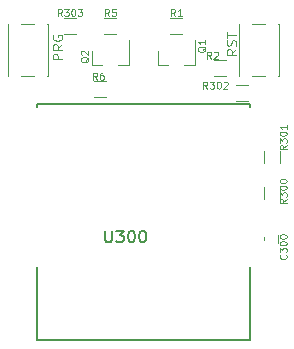
<source format=gto>
G04 #@! TF.FileFunction,Legend,Top*
%FSLAX46Y46*%
G04 Gerber Fmt 4.6, Leading zero omitted, Abs format (unit mm)*
G04 Created by KiCad (PCBNEW 4.0.7) date 09/29/18 01:33:36*
%MOMM*%
%LPD*%
G01*
G04 APERTURE LIST*
%ADD10C,0.100000*%
%ADD11C,0.152400*%
%ADD12C,0.120000*%
%ADD13C,0.150000*%
%ADD14O,2.400000X1.300000*%
%ADD15R,2.400000X1.300000*%
%ADD16R,4.700000X4.700000*%
%ADD17R,1.200000X1.300000*%
%ADD18R,1.300000X0.900000*%
%ADD19R,1.150000X1.200000*%
%ADD20R,0.900000X1.300000*%
%ADD21R,1.050000X1.450000*%
G04 APERTURE END LIST*
D10*
X141204905Y-100768095D02*
X140823952Y-101034762D01*
X141204905Y-101225238D02*
X140404905Y-101225238D01*
X140404905Y-100920476D01*
X140443000Y-100844285D01*
X140481095Y-100806190D01*
X140557286Y-100768095D01*
X140671571Y-100768095D01*
X140747762Y-100806190D01*
X140785857Y-100844285D01*
X140823952Y-100920476D01*
X140823952Y-101225238D01*
X141166810Y-100463333D02*
X141204905Y-100349047D01*
X141204905Y-100158571D01*
X141166810Y-100082381D01*
X141128714Y-100044285D01*
X141052524Y-100006190D01*
X140976333Y-100006190D01*
X140900143Y-100044285D01*
X140862048Y-100082381D01*
X140823952Y-100158571D01*
X140785857Y-100310952D01*
X140747762Y-100387143D01*
X140709667Y-100425238D01*
X140633476Y-100463333D01*
X140557286Y-100463333D01*
X140481095Y-100425238D01*
X140443000Y-100387143D01*
X140404905Y-100310952D01*
X140404905Y-100120476D01*
X140443000Y-100006190D01*
X140404905Y-99777619D02*
X140404905Y-99320476D01*
X141204905Y-99549047D02*
X140404905Y-99549047D01*
X126472905Y-101593524D02*
X125672905Y-101593524D01*
X125672905Y-101288762D01*
X125711000Y-101212571D01*
X125749095Y-101174476D01*
X125825286Y-101136381D01*
X125939571Y-101136381D01*
X126015762Y-101174476D01*
X126053857Y-101212571D01*
X126091952Y-101288762D01*
X126091952Y-101593524D01*
X126472905Y-100336381D02*
X126091952Y-100603048D01*
X126472905Y-100793524D02*
X125672905Y-100793524D01*
X125672905Y-100488762D01*
X125711000Y-100412571D01*
X125749095Y-100374476D01*
X125825286Y-100336381D01*
X125939571Y-100336381D01*
X126015762Y-100374476D01*
X126053857Y-100412571D01*
X126091952Y-100488762D01*
X126091952Y-100793524D01*
X125711000Y-99574476D02*
X125672905Y-99650667D01*
X125672905Y-99764952D01*
X125711000Y-99879238D01*
X125787190Y-99955429D01*
X125863381Y-99993524D01*
X126015762Y-100031619D01*
X126130048Y-100031619D01*
X126282429Y-99993524D01*
X126358619Y-99955429D01*
X126434810Y-99879238D01*
X126472905Y-99764952D01*
X126472905Y-99688762D01*
X126434810Y-99574476D01*
X126396714Y-99536381D01*
X126130048Y-99536381D01*
X126130048Y-99688762D01*
D11*
X142367000Y-125349000D02*
X142367000Y-119164000D01*
X124383800Y-105764000D02*
X124383800Y-105384600D01*
X142367000Y-105764000D02*
X142367000Y-105384600D01*
X124383800Y-125349000D02*
X124383800Y-119164000D01*
X142367000Y-105346500D02*
X124383800Y-105346500D01*
X124396500Y-125349000D02*
X142367000Y-125349000D01*
D12*
X134564000Y-102106000D02*
X135494000Y-102106000D01*
X137724000Y-102106000D02*
X136794000Y-102106000D01*
X137724000Y-102106000D02*
X137724000Y-99946000D01*
X134564000Y-102106000D02*
X134564000Y-100646000D01*
X144888500Y-112403000D02*
X144888500Y-113403000D01*
X143528500Y-113403000D02*
X143528500Y-112403000D01*
X144745000Y-116490000D02*
X144745000Y-117190000D01*
X143545000Y-117190000D02*
X143545000Y-116490000D01*
X144888500Y-109355000D02*
X144888500Y-110355000D01*
X143528500Y-110355000D02*
X143528500Y-109355000D01*
X142232000Y-105137500D02*
X141232000Y-105137500D01*
X141232000Y-103777500D02*
X142232000Y-103777500D01*
X127627000Y-99486000D02*
X126627000Y-99486000D01*
X126627000Y-98126000D02*
X127627000Y-98126000D01*
X128976000Y-102106000D02*
X129906000Y-102106000D01*
X132136000Y-102106000D02*
X131206000Y-102106000D01*
X132136000Y-102106000D02*
X132136000Y-99946000D01*
X128976000Y-102106000D02*
X128976000Y-100646000D01*
X136644000Y-99486000D02*
X135644000Y-99486000D01*
X135644000Y-98126000D02*
X136644000Y-98126000D01*
X139327000Y-101682000D02*
X140327000Y-101682000D01*
X140327000Y-103042000D02*
X139327000Y-103042000D01*
X131056000Y-99486000D02*
X130056000Y-99486000D01*
X130056000Y-98126000D02*
X131056000Y-98126000D01*
X130167000Y-104820000D02*
X129167000Y-104820000D01*
X129167000Y-103460000D02*
X130167000Y-103460000D01*
X144629000Y-103038000D02*
X144829000Y-103038000D01*
X142479000Y-103038000D02*
X143779000Y-103038000D01*
X141429000Y-103038000D02*
X141629000Y-103038000D01*
X141429000Y-98638000D02*
X141429000Y-103038000D01*
X141629000Y-98638000D02*
X141429000Y-98638000D01*
X143779000Y-98638000D02*
X142479000Y-98638000D01*
X144829000Y-98638000D02*
X144629000Y-98638000D01*
X144829000Y-103038000D02*
X144829000Y-98638000D01*
X122071000Y-98638000D02*
X121871000Y-98638000D01*
X124221000Y-98638000D02*
X122921000Y-98638000D01*
X125271000Y-98638000D02*
X125071000Y-98638000D01*
X125271000Y-103038000D02*
X125271000Y-98638000D01*
X125071000Y-103038000D02*
X125271000Y-103038000D01*
X122921000Y-103038000D02*
X124221000Y-103038000D01*
X121871000Y-103038000D02*
X122071000Y-103038000D01*
X121871000Y-98638000D02*
X121871000Y-103038000D01*
D13*
X130111714Y-116101881D02*
X130111714Y-116911405D01*
X130159333Y-117006643D01*
X130206952Y-117054262D01*
X130302190Y-117101881D01*
X130492667Y-117101881D01*
X130587905Y-117054262D01*
X130635524Y-117006643D01*
X130683143Y-116911405D01*
X130683143Y-116101881D01*
X131064095Y-116101881D02*
X131683143Y-116101881D01*
X131349809Y-116482833D01*
X131492667Y-116482833D01*
X131587905Y-116530452D01*
X131635524Y-116578071D01*
X131683143Y-116673310D01*
X131683143Y-116911405D01*
X131635524Y-117006643D01*
X131587905Y-117054262D01*
X131492667Y-117101881D01*
X131206952Y-117101881D01*
X131111714Y-117054262D01*
X131064095Y-117006643D01*
X132302190Y-116101881D02*
X132397429Y-116101881D01*
X132492667Y-116149500D01*
X132540286Y-116197119D01*
X132587905Y-116292357D01*
X132635524Y-116482833D01*
X132635524Y-116720929D01*
X132587905Y-116911405D01*
X132540286Y-117006643D01*
X132492667Y-117054262D01*
X132397429Y-117101881D01*
X132302190Y-117101881D01*
X132206952Y-117054262D01*
X132159333Y-117006643D01*
X132111714Y-116911405D01*
X132064095Y-116720929D01*
X132064095Y-116482833D01*
X132111714Y-116292357D01*
X132159333Y-116197119D01*
X132206952Y-116149500D01*
X132302190Y-116101881D01*
X133254571Y-116101881D02*
X133349810Y-116101881D01*
X133445048Y-116149500D01*
X133492667Y-116197119D01*
X133540286Y-116292357D01*
X133587905Y-116482833D01*
X133587905Y-116720929D01*
X133540286Y-116911405D01*
X133492667Y-117006643D01*
X133445048Y-117054262D01*
X133349810Y-117101881D01*
X133254571Y-117101881D01*
X133159333Y-117054262D01*
X133111714Y-117006643D01*
X133064095Y-116911405D01*
X133016476Y-116720929D01*
X133016476Y-116482833D01*
X133064095Y-116292357D01*
X133111714Y-116197119D01*
X133159333Y-116149500D01*
X133254571Y-116101881D01*
D10*
X138631571Y-100514143D02*
X138603000Y-100571286D01*
X138545857Y-100628429D01*
X138460143Y-100714143D01*
X138431571Y-100771286D01*
X138431571Y-100828429D01*
X138574429Y-100799857D02*
X138545857Y-100857000D01*
X138488714Y-100914143D01*
X138374429Y-100942714D01*
X138174429Y-100942714D01*
X138060143Y-100914143D01*
X138003000Y-100857000D01*
X137974429Y-100799857D01*
X137974429Y-100685571D01*
X138003000Y-100628429D01*
X138060143Y-100571286D01*
X138174429Y-100542714D01*
X138374429Y-100542714D01*
X138488714Y-100571286D01*
X138545857Y-100628429D01*
X138574429Y-100685571D01*
X138574429Y-100799857D01*
X138574429Y-99971286D02*
X138574429Y-100314143D01*
X138574429Y-100142715D02*
X137974429Y-100142715D01*
X138060143Y-100199858D01*
X138117286Y-100257000D01*
X138145857Y-100314143D01*
X145495929Y-113447429D02*
X145210214Y-113647429D01*
X145495929Y-113790286D02*
X144895929Y-113790286D01*
X144895929Y-113561714D01*
X144924500Y-113504572D01*
X144953071Y-113476000D01*
X145010214Y-113447429D01*
X145095929Y-113447429D01*
X145153071Y-113476000D01*
X145181643Y-113504572D01*
X145210214Y-113561714D01*
X145210214Y-113790286D01*
X144895929Y-113247429D02*
X144895929Y-112876000D01*
X145124500Y-113076000D01*
X145124500Y-112990286D01*
X145153071Y-112933143D01*
X145181643Y-112904572D01*
X145238786Y-112876000D01*
X145381643Y-112876000D01*
X145438786Y-112904572D01*
X145467357Y-112933143D01*
X145495929Y-112990286D01*
X145495929Y-113161714D01*
X145467357Y-113218857D01*
X145438786Y-113247429D01*
X144895929Y-112504571D02*
X144895929Y-112447428D01*
X144924500Y-112390285D01*
X144953071Y-112361714D01*
X145010214Y-112333143D01*
X145124500Y-112304571D01*
X145267357Y-112304571D01*
X145381643Y-112333143D01*
X145438786Y-112361714D01*
X145467357Y-112390285D01*
X145495929Y-112447428D01*
X145495929Y-112504571D01*
X145467357Y-112561714D01*
X145438786Y-112590285D01*
X145381643Y-112618857D01*
X145267357Y-112647428D01*
X145124500Y-112647428D01*
X145010214Y-112618857D01*
X144953071Y-112590285D01*
X144924500Y-112561714D01*
X144895929Y-112504571D01*
X144895929Y-111933142D02*
X144895929Y-111875999D01*
X144924500Y-111818856D01*
X144953071Y-111790285D01*
X145010214Y-111761714D01*
X145124500Y-111733142D01*
X145267357Y-111733142D01*
X145381643Y-111761714D01*
X145438786Y-111790285D01*
X145467357Y-111818856D01*
X145495929Y-111875999D01*
X145495929Y-111933142D01*
X145467357Y-111990285D01*
X145438786Y-112018856D01*
X145381643Y-112047428D01*
X145267357Y-112075999D01*
X145124500Y-112075999D01*
X145010214Y-112047428D01*
X144953071Y-112018856D01*
X144924500Y-111990285D01*
X144895929Y-111933142D01*
X145438786Y-118146429D02*
X145467357Y-118175000D01*
X145495929Y-118260714D01*
X145495929Y-118317857D01*
X145467357Y-118403572D01*
X145410214Y-118460714D01*
X145353071Y-118489286D01*
X145238786Y-118517857D01*
X145153071Y-118517857D01*
X145038786Y-118489286D01*
X144981643Y-118460714D01*
X144924500Y-118403572D01*
X144895929Y-118317857D01*
X144895929Y-118260714D01*
X144924500Y-118175000D01*
X144953071Y-118146429D01*
X144895929Y-117946429D02*
X144895929Y-117575000D01*
X145124500Y-117775000D01*
X145124500Y-117689286D01*
X145153071Y-117632143D01*
X145181643Y-117603572D01*
X145238786Y-117575000D01*
X145381643Y-117575000D01*
X145438786Y-117603572D01*
X145467357Y-117632143D01*
X145495929Y-117689286D01*
X145495929Y-117860714D01*
X145467357Y-117917857D01*
X145438786Y-117946429D01*
X144895929Y-117203571D02*
X144895929Y-117146428D01*
X144924500Y-117089285D01*
X144953071Y-117060714D01*
X145010214Y-117032143D01*
X145124500Y-117003571D01*
X145267357Y-117003571D01*
X145381643Y-117032143D01*
X145438786Y-117060714D01*
X145467357Y-117089285D01*
X145495929Y-117146428D01*
X145495929Y-117203571D01*
X145467357Y-117260714D01*
X145438786Y-117289285D01*
X145381643Y-117317857D01*
X145267357Y-117346428D01*
X145124500Y-117346428D01*
X145010214Y-117317857D01*
X144953071Y-117289285D01*
X144924500Y-117260714D01*
X144895929Y-117203571D01*
X144895929Y-116632142D02*
X144895929Y-116574999D01*
X144924500Y-116517856D01*
X144953071Y-116489285D01*
X145010214Y-116460714D01*
X145124500Y-116432142D01*
X145267357Y-116432142D01*
X145381643Y-116460714D01*
X145438786Y-116489285D01*
X145467357Y-116517856D01*
X145495929Y-116574999D01*
X145495929Y-116632142D01*
X145467357Y-116689285D01*
X145438786Y-116717856D01*
X145381643Y-116746428D01*
X145267357Y-116774999D01*
X145124500Y-116774999D01*
X145010214Y-116746428D01*
X144953071Y-116717856D01*
X144924500Y-116689285D01*
X144895929Y-116632142D01*
X145495929Y-108875429D02*
X145210214Y-109075429D01*
X145495929Y-109218286D02*
X144895929Y-109218286D01*
X144895929Y-108989714D01*
X144924500Y-108932572D01*
X144953071Y-108904000D01*
X145010214Y-108875429D01*
X145095929Y-108875429D01*
X145153071Y-108904000D01*
X145181643Y-108932572D01*
X145210214Y-108989714D01*
X145210214Y-109218286D01*
X144895929Y-108675429D02*
X144895929Y-108304000D01*
X145124500Y-108504000D01*
X145124500Y-108418286D01*
X145153071Y-108361143D01*
X145181643Y-108332572D01*
X145238786Y-108304000D01*
X145381643Y-108304000D01*
X145438786Y-108332572D01*
X145467357Y-108361143D01*
X145495929Y-108418286D01*
X145495929Y-108589714D01*
X145467357Y-108646857D01*
X145438786Y-108675429D01*
X144895929Y-107932571D02*
X144895929Y-107875428D01*
X144924500Y-107818285D01*
X144953071Y-107789714D01*
X145010214Y-107761143D01*
X145124500Y-107732571D01*
X145267357Y-107732571D01*
X145381643Y-107761143D01*
X145438786Y-107789714D01*
X145467357Y-107818285D01*
X145495929Y-107875428D01*
X145495929Y-107932571D01*
X145467357Y-107989714D01*
X145438786Y-108018285D01*
X145381643Y-108046857D01*
X145267357Y-108075428D01*
X145124500Y-108075428D01*
X145010214Y-108046857D01*
X144953071Y-108018285D01*
X144924500Y-107989714D01*
X144895929Y-107932571D01*
X145495929Y-107161142D02*
X145495929Y-107503999D01*
X145495929Y-107332571D02*
X144895929Y-107332571D01*
X144981643Y-107389714D01*
X145038786Y-107446856D01*
X145067357Y-107503999D01*
X138774571Y-104093929D02*
X138574571Y-103808214D01*
X138431714Y-104093929D02*
X138431714Y-103493929D01*
X138660286Y-103493929D01*
X138717428Y-103522500D01*
X138746000Y-103551071D01*
X138774571Y-103608214D01*
X138774571Y-103693929D01*
X138746000Y-103751071D01*
X138717428Y-103779643D01*
X138660286Y-103808214D01*
X138431714Y-103808214D01*
X138974571Y-103493929D02*
X139346000Y-103493929D01*
X139146000Y-103722500D01*
X139231714Y-103722500D01*
X139288857Y-103751071D01*
X139317428Y-103779643D01*
X139346000Y-103836786D01*
X139346000Y-103979643D01*
X139317428Y-104036786D01*
X139288857Y-104065357D01*
X139231714Y-104093929D01*
X139060286Y-104093929D01*
X139003143Y-104065357D01*
X138974571Y-104036786D01*
X139717429Y-103493929D02*
X139774572Y-103493929D01*
X139831715Y-103522500D01*
X139860286Y-103551071D01*
X139888857Y-103608214D01*
X139917429Y-103722500D01*
X139917429Y-103865357D01*
X139888857Y-103979643D01*
X139860286Y-104036786D01*
X139831715Y-104065357D01*
X139774572Y-104093929D01*
X139717429Y-104093929D01*
X139660286Y-104065357D01*
X139631715Y-104036786D01*
X139603143Y-103979643D01*
X139574572Y-103865357D01*
X139574572Y-103722500D01*
X139603143Y-103608214D01*
X139631715Y-103551071D01*
X139660286Y-103522500D01*
X139717429Y-103493929D01*
X140146001Y-103551071D02*
X140174572Y-103522500D01*
X140231715Y-103493929D01*
X140374572Y-103493929D01*
X140431715Y-103522500D01*
X140460286Y-103551071D01*
X140488858Y-103608214D01*
X140488858Y-103665357D01*
X140460286Y-103751071D01*
X140117429Y-104093929D01*
X140488858Y-104093929D01*
X126455571Y-97934429D02*
X126255571Y-97648714D01*
X126112714Y-97934429D02*
X126112714Y-97334429D01*
X126341286Y-97334429D01*
X126398428Y-97363000D01*
X126427000Y-97391571D01*
X126455571Y-97448714D01*
X126455571Y-97534429D01*
X126427000Y-97591571D01*
X126398428Y-97620143D01*
X126341286Y-97648714D01*
X126112714Y-97648714D01*
X126655571Y-97334429D02*
X127027000Y-97334429D01*
X126827000Y-97563000D01*
X126912714Y-97563000D01*
X126969857Y-97591571D01*
X126998428Y-97620143D01*
X127027000Y-97677286D01*
X127027000Y-97820143D01*
X126998428Y-97877286D01*
X126969857Y-97905857D01*
X126912714Y-97934429D01*
X126741286Y-97934429D01*
X126684143Y-97905857D01*
X126655571Y-97877286D01*
X127398429Y-97334429D02*
X127455572Y-97334429D01*
X127512715Y-97363000D01*
X127541286Y-97391571D01*
X127569857Y-97448714D01*
X127598429Y-97563000D01*
X127598429Y-97705857D01*
X127569857Y-97820143D01*
X127541286Y-97877286D01*
X127512715Y-97905857D01*
X127455572Y-97934429D01*
X127398429Y-97934429D01*
X127341286Y-97905857D01*
X127312715Y-97877286D01*
X127284143Y-97820143D01*
X127255572Y-97705857D01*
X127255572Y-97563000D01*
X127284143Y-97448714D01*
X127312715Y-97391571D01*
X127341286Y-97363000D01*
X127398429Y-97334429D01*
X127798429Y-97334429D02*
X128169858Y-97334429D01*
X127969858Y-97563000D01*
X128055572Y-97563000D01*
X128112715Y-97591571D01*
X128141286Y-97620143D01*
X128169858Y-97677286D01*
X128169858Y-97820143D01*
X128141286Y-97877286D01*
X128112715Y-97905857D01*
X128055572Y-97934429D01*
X127884144Y-97934429D01*
X127827001Y-97905857D01*
X127798429Y-97877286D01*
X128725571Y-101403143D02*
X128697000Y-101460286D01*
X128639857Y-101517429D01*
X128554143Y-101603143D01*
X128525571Y-101660286D01*
X128525571Y-101717429D01*
X128668429Y-101688857D02*
X128639857Y-101746000D01*
X128582714Y-101803143D01*
X128468429Y-101831714D01*
X128268429Y-101831714D01*
X128154143Y-101803143D01*
X128097000Y-101746000D01*
X128068429Y-101688857D01*
X128068429Y-101574571D01*
X128097000Y-101517429D01*
X128154143Y-101460286D01*
X128268429Y-101431714D01*
X128468429Y-101431714D01*
X128582714Y-101460286D01*
X128639857Y-101517429D01*
X128668429Y-101574571D01*
X128668429Y-101688857D01*
X128125571Y-101203143D02*
X128097000Y-101174572D01*
X128068429Y-101117429D01*
X128068429Y-100974572D01*
X128097000Y-100917429D01*
X128125571Y-100888858D01*
X128182714Y-100860286D01*
X128239857Y-100860286D01*
X128325571Y-100888858D01*
X128668429Y-101231715D01*
X128668429Y-100860286D01*
X136044000Y-97934429D02*
X135844000Y-97648714D01*
X135701143Y-97934429D02*
X135701143Y-97334429D01*
X135929715Y-97334429D01*
X135986857Y-97363000D01*
X136015429Y-97391571D01*
X136044000Y-97448714D01*
X136044000Y-97534429D01*
X136015429Y-97591571D01*
X135986857Y-97620143D01*
X135929715Y-97648714D01*
X135701143Y-97648714D01*
X136615429Y-97934429D02*
X136272572Y-97934429D01*
X136444000Y-97934429D02*
X136444000Y-97334429D01*
X136386857Y-97420143D01*
X136329715Y-97477286D01*
X136272572Y-97505857D01*
X139092000Y-101553929D02*
X138892000Y-101268214D01*
X138749143Y-101553929D02*
X138749143Y-100953929D01*
X138977715Y-100953929D01*
X139034857Y-100982500D01*
X139063429Y-101011071D01*
X139092000Y-101068214D01*
X139092000Y-101153929D01*
X139063429Y-101211071D01*
X139034857Y-101239643D01*
X138977715Y-101268214D01*
X138749143Y-101268214D01*
X139320572Y-101011071D02*
X139349143Y-100982500D01*
X139406286Y-100953929D01*
X139549143Y-100953929D01*
X139606286Y-100982500D01*
X139634857Y-101011071D01*
X139663429Y-101068214D01*
X139663429Y-101125357D01*
X139634857Y-101211071D01*
X139292000Y-101553929D01*
X139663429Y-101553929D01*
X130456000Y-97934429D02*
X130256000Y-97648714D01*
X130113143Y-97934429D02*
X130113143Y-97334429D01*
X130341715Y-97334429D01*
X130398857Y-97363000D01*
X130427429Y-97391571D01*
X130456000Y-97448714D01*
X130456000Y-97534429D01*
X130427429Y-97591571D01*
X130398857Y-97620143D01*
X130341715Y-97648714D01*
X130113143Y-97648714D01*
X130998857Y-97334429D02*
X130713143Y-97334429D01*
X130684572Y-97620143D01*
X130713143Y-97591571D01*
X130770286Y-97563000D01*
X130913143Y-97563000D01*
X130970286Y-97591571D01*
X130998857Y-97620143D01*
X131027429Y-97677286D01*
X131027429Y-97820143D01*
X130998857Y-97877286D01*
X130970286Y-97905857D01*
X130913143Y-97934429D01*
X130770286Y-97934429D01*
X130713143Y-97905857D01*
X130684572Y-97877286D01*
X129440000Y-103331929D02*
X129240000Y-103046214D01*
X129097143Y-103331929D02*
X129097143Y-102731929D01*
X129325715Y-102731929D01*
X129382857Y-102760500D01*
X129411429Y-102789071D01*
X129440000Y-102846214D01*
X129440000Y-102931929D01*
X129411429Y-102989071D01*
X129382857Y-103017643D01*
X129325715Y-103046214D01*
X129097143Y-103046214D01*
X129954286Y-102731929D02*
X129840000Y-102731929D01*
X129782857Y-102760500D01*
X129754286Y-102789071D01*
X129697143Y-102874786D01*
X129668572Y-102989071D01*
X129668572Y-103217643D01*
X129697143Y-103274786D01*
X129725715Y-103303357D01*
X129782857Y-103331929D01*
X129897143Y-103331929D01*
X129954286Y-103303357D01*
X129982857Y-103274786D01*
X130011429Y-103217643D01*
X130011429Y-103074786D01*
X129982857Y-103017643D01*
X129954286Y-102989071D01*
X129897143Y-102960500D01*
X129782857Y-102960500D01*
X129725715Y-102989071D01*
X129697143Y-103017643D01*
X129668572Y-103074786D01*
%LPC*%
D14*
X124367000Y-106364000D03*
X142367000Y-106364000D03*
D15*
X142367000Y-118364000D03*
D14*
X142367000Y-116864000D03*
X142367000Y-115364000D03*
X142367000Y-113864000D03*
X142367000Y-112364000D03*
X142367000Y-110864000D03*
X142367000Y-109364000D03*
X142367000Y-107864000D03*
X124367000Y-107864000D03*
X124367000Y-109364000D03*
X124367000Y-110864000D03*
X124367000Y-112364000D03*
X124367000Y-113864000D03*
X124367000Y-115364000D03*
X124367000Y-116864000D03*
X124367000Y-118364000D03*
D16*
X132247000Y-111784000D03*
D17*
X137094000Y-100346000D03*
X135194000Y-100346000D03*
X136144000Y-102346000D03*
D18*
X144208500Y-113653000D03*
X144208500Y-112153000D03*
D19*
X144145000Y-116090000D03*
X144145000Y-117590000D03*
D18*
X144208500Y-110605000D03*
X144208500Y-109105000D03*
D20*
X140982000Y-104457500D03*
X142482000Y-104457500D03*
X126377000Y-98806000D03*
X127877000Y-98806000D03*
D17*
X131506000Y-100346000D03*
X129606000Y-100346000D03*
X130556000Y-102346000D03*
D20*
X135394000Y-98806000D03*
X136894000Y-98806000D03*
X140577000Y-102362000D03*
X139077000Y-102362000D03*
X129806000Y-98806000D03*
X131306000Y-98806000D03*
X128917000Y-104140000D03*
X130417000Y-104140000D03*
D21*
X144204000Y-98763000D03*
X144204000Y-102913000D03*
X142054000Y-98763000D03*
X142054000Y-102913000D03*
X122496000Y-102913000D03*
X122496000Y-98763000D03*
X124646000Y-102913000D03*
X124646000Y-98763000D03*
M02*

</source>
